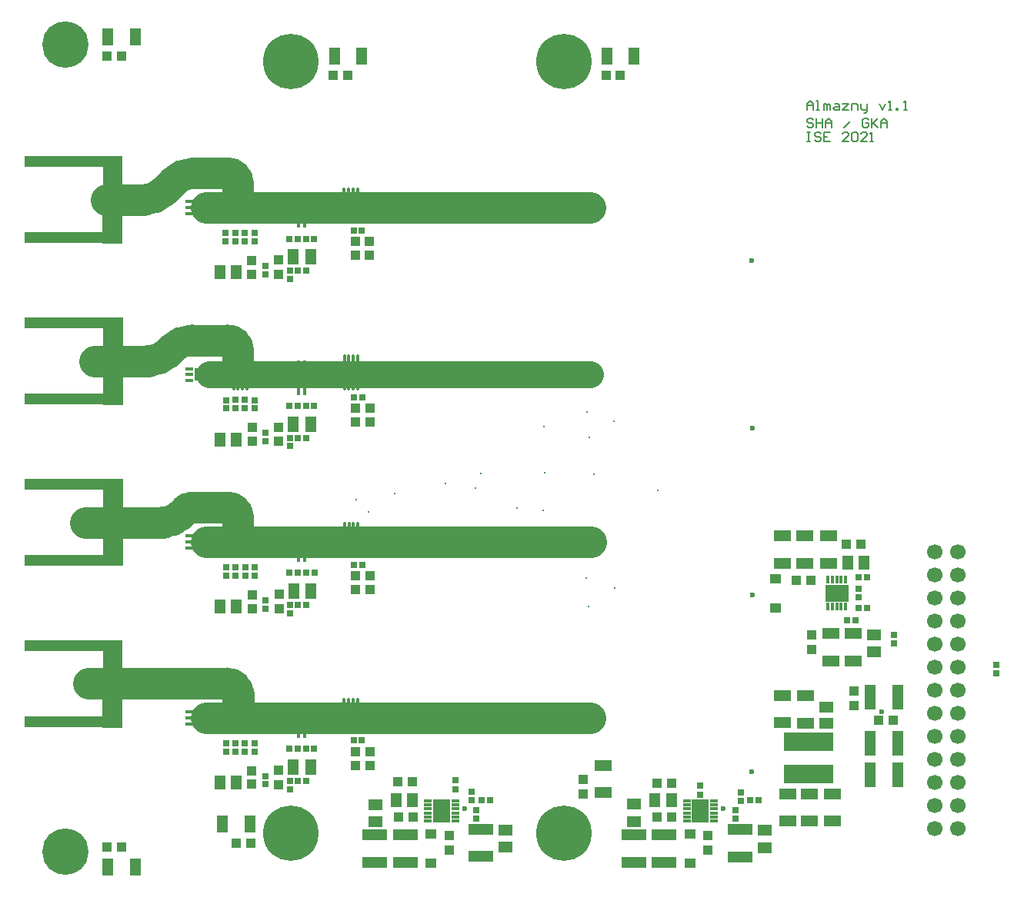
<source format=gts>
G04*
G04 #@! TF.GenerationSoftware,Altium Limited,Altium Designer,21.0.9 (235)*
G04*
G04 Layer_Color=8388736*
%FSLAX25Y25*%
%MOIN*%
G70*
G04*
G04 #@! TF.SameCoordinates,4626A756-FD0A-4D7F-A62D-B668EF0F2538*
G04*
G04*
G04 #@! TF.FilePolarity,Negative*
G04*
G01*
G75*
%ADD12C,0.01000*%
%ADD55C,0.00197*%
%ADD56C,0.13780*%
%ADD57C,0.11811*%
%ADD58C,0.00600*%
%ADD59R,0.02835X0.02677*%
%ADD60R,0.21260X0.08268*%
%ADD61R,0.03189X0.03228*%
%ADD62R,0.34252X0.04724*%
%ADD63R,0.06299X0.04331*%
%ADD64R,0.01575X0.03543*%
%ADD65R,0.10158X0.07284*%
%ADD66R,0.03543X0.01378*%
%ADD67R,0.07284X0.10039*%
%ADD68R,0.04646X0.04016*%
%ADD69R,0.03937X0.04331*%
%ADD70R,0.02677X0.02835*%
%ADD71R,0.07874X0.07874*%
%ADD72O,0.03150X0.01575*%
%ADD73O,0.01575X0.03150*%
%ADD74O,0.03347X0.01575*%
%ADD75O,0.01575X0.03347*%
%ADD76R,0.08071X0.08071*%
%ADD77R,0.01772X0.01575*%
%ADD78R,0.00984X0.00984*%
%ADD79R,0.02953X0.04134*%
%ADD80R,0.03543X0.01575*%
%ADD81R,0.03504X0.01575*%
%ADD82R,0.01575X0.03504*%
%ADD83R,0.07087X0.07087*%
%ADD84R,0.04528X0.06693*%
%ADD85R,0.05906X0.04528*%
%ADD86R,0.04331X0.04134*%
%ADD87R,0.11024X0.04921*%
%ADD88R,0.07480X0.04921*%
%ADD89R,0.04921X0.07480*%
%ADD90R,0.04528X0.05906*%
%ADD91R,0.04331X0.04134*%
%ADD92R,0.02953X0.02953*%
%ADD93R,0.04134X0.04331*%
%ADD94R,0.02835X0.02835*%
%ADD95R,0.02835X0.02835*%
%ADD96R,0.05906X0.04528*%
%ADD97R,0.07480X0.04921*%
%ADD98R,0.04921X0.11024*%
%ADD99R,0.04134X0.04331*%
%ADD100R,0.04331X0.03937*%
%ADD101C,0.20079*%
%ADD102C,0.24016*%
%ADD103C,0.06693*%
%ADD104C,0.02362*%
%ADD105C,0.01181*%
G36*
X156990Y303760D02*
X157027Y303749D01*
X157061Y303731D01*
X157091Y303706D01*
X157116Y303676D01*
X157134Y303642D01*
X157145Y303605D01*
X157149Y303566D01*
Y299826D01*
X157149Y299826D01*
X157145Y299787D01*
X157134Y299750D01*
X157116Y299716D01*
X157102Y299700D01*
X157091Y299686D01*
X157091Y299686D01*
X155910Y298505D01*
X155880Y298480D01*
X155846Y298462D01*
X155837Y298460D01*
X155809Y298451D01*
X155789Y298449D01*
X155770Y298447D01*
X155770Y298447D01*
X154392D01*
X154353Y298451D01*
X154316Y298462D01*
X154282Y298480D01*
X154252Y298505D01*
X154228Y298535D01*
X154209Y298569D01*
X154198Y298606D01*
X154194Y298645D01*
Y303566D01*
X154198Y303605D01*
X154209Y303642D01*
X154228Y303676D01*
X154252Y303706D01*
X154282Y303731D01*
X154316Y303749D01*
X154353Y303760D01*
X154392Y303764D01*
X156951D01*
X156990Y303760D01*
D02*
G37*
G36*
X72697Y303726D02*
X72734Y303714D01*
X72768Y303696D01*
X72798Y303671D01*
X72823Y303641D01*
X72841Y303607D01*
X72852Y303570D01*
X72856Y303532D01*
Y299791D01*
X72856Y299791D01*
X72852Y299753D01*
X72841Y299716D01*
X72823Y299681D01*
X72809Y299665D01*
X72798Y299652D01*
X72798Y299651D01*
X71617Y298470D01*
X71587Y298446D01*
X71553Y298428D01*
X71544Y298425D01*
X71516Y298416D01*
X71496Y298414D01*
X71477Y298412D01*
X71477Y298412D01*
X70099D01*
X70061Y298416D01*
X70024Y298428D01*
X69989Y298446D01*
X69959Y298470D01*
X69935Y298500D01*
X69916Y298534D01*
X69905Y298572D01*
X69901Y298610D01*
Y303532D01*
X69905Y303570D01*
X69916Y303607D01*
X69935Y303641D01*
X69959Y303671D01*
X69989Y303696D01*
X70024Y303714D01*
X70061Y303726D01*
X70099Y303729D01*
X72658D01*
X72697Y303726D01*
D02*
G37*
G36*
X38878Y285531D02*
X30167Y285531D01*
X30363Y323327D01*
X38878Y323327D01*
Y285531D01*
D02*
G37*
G36*
X157079Y231309D02*
X157116Y231298D01*
X157151Y231280D01*
X157181Y231255D01*
X157205Y231225D01*
X157223Y231191D01*
X157235Y231154D01*
X157238Y231115D01*
Y227375D01*
X157238Y227375D01*
X157235Y227337D01*
X157223Y227300D01*
X157205Y227265D01*
X157192Y227249D01*
X157181Y227235D01*
X157181Y227235D01*
X156000Y226054D01*
X155970Y226030D01*
X155935Y226011D01*
X155927Y226009D01*
X155898Y226000D01*
X155879Y225998D01*
X155860Y225996D01*
X155859Y225996D01*
X154482D01*
X154443Y226000D01*
X154406Y226011D01*
X154372Y226030D01*
X154342Y226054D01*
X154317Y226084D01*
X154299Y226118D01*
X154288Y226156D01*
X154284Y226194D01*
Y231115D01*
X154288Y231154D01*
X154299Y231191D01*
X154317Y231225D01*
X154342Y231255D01*
X154372Y231280D01*
X154406Y231298D01*
X154443Y231309D01*
X154482Y231313D01*
X157041D01*
X157079Y231309D01*
D02*
G37*
G36*
X72786Y231275D02*
X72824Y231263D01*
X72858Y231245D01*
X72888Y231221D01*
X72912Y231191D01*
X72931Y231156D01*
X72942Y231119D01*
X72946Y231081D01*
Y227341D01*
X72946Y227341D01*
X72942Y227302D01*
X72931Y227265D01*
X72912Y227231D01*
X72899Y227214D01*
X72888Y227201D01*
X72888Y227201D01*
X71706Y226020D01*
X71677Y225995D01*
X71642Y225977D01*
X71634Y225974D01*
X71605Y225965D01*
X71586Y225964D01*
X71567Y225962D01*
X71567Y225962D01*
X70189D01*
X70150Y225965D01*
X70113Y225977D01*
X70079Y225995D01*
X70049Y226020D01*
X70024Y226050D01*
X70006Y226084D01*
X69995Y226121D01*
X69991Y226160D01*
Y231081D01*
X69995Y231119D01*
X70006Y231156D01*
X70024Y231191D01*
X70049Y231221D01*
X70079Y231245D01*
X70113Y231263D01*
X70150Y231275D01*
X70189Y231279D01*
X72748D01*
X72786Y231275D01*
D02*
G37*
G36*
X38976Y215551D02*
X30265Y215551D01*
X30462Y253346D01*
X38976Y253346D01*
Y215551D01*
D02*
G37*
G36*
X157118Y158764D02*
X157155Y158753D01*
X157189Y158735D01*
X157219Y158710D01*
X157244Y158680D01*
X157262Y158646D01*
X157273Y158609D01*
X157277Y158570D01*
Y154830D01*
X157277Y154830D01*
X157273Y154791D01*
X157262Y154754D01*
X157244Y154720D01*
X157230Y154704D01*
X157219Y154690D01*
X157219Y154690D01*
X156038Y153509D01*
X156008Y153484D01*
X155974Y153466D01*
X155965Y153463D01*
X155937Y153455D01*
X155918Y153453D01*
X155898Y153451D01*
X155898Y153451D01*
X154520D01*
X154482Y153455D01*
X154445Y153466D01*
X154411Y153484D01*
X154381Y153509D01*
X154356Y153539D01*
X154338Y153573D01*
X154326Y153610D01*
X154323Y153649D01*
Y158570D01*
X154326Y158609D01*
X154338Y158646D01*
X154356Y158680D01*
X154381Y158710D01*
X154411Y158735D01*
X154445Y158753D01*
X154482Y158764D01*
X154520Y158768D01*
X157080D01*
X157118Y158764D01*
D02*
G37*
G36*
X72825Y158729D02*
X72862Y158718D01*
X72896Y158700D01*
X72926Y158675D01*
X72951Y158645D01*
X72969Y158611D01*
X72981Y158574D01*
X72984Y158535D01*
Y154795D01*
X72984Y154795D01*
X72981Y154757D01*
X72969Y154720D01*
X72951Y154685D01*
X72938Y154669D01*
X72926Y154655D01*
X72926Y154655D01*
X71745Y153474D01*
X71715Y153450D01*
X71681Y153431D01*
X71673Y153429D01*
X71644Y153420D01*
X71625Y153418D01*
X71605Y153416D01*
X71605Y153416D01*
X70227D01*
X70189Y153420D01*
X70152Y153431D01*
X70118Y153450D01*
X70088Y153474D01*
X70063Y153504D01*
X70045Y153539D01*
X70034Y153576D01*
X70030Y153614D01*
Y158535D01*
X70034Y158574D01*
X70045Y158611D01*
X70063Y158645D01*
X70088Y158675D01*
X70118Y158700D01*
X70152Y158718D01*
X70189Y158729D01*
X70227Y158733D01*
X72787D01*
X72825Y158729D01*
D02*
G37*
G36*
X38976Y145669D02*
X30265Y145669D01*
X30462Y183465D01*
X38976Y183465D01*
Y145669D01*
D02*
G37*
G36*
X157039Y82502D02*
X157076Y82490D01*
X157110Y82472D01*
X157140Y82447D01*
X157165Y82418D01*
X157183Y82383D01*
X157194Y82346D01*
X157198Y82308D01*
Y78567D01*
X157198Y78567D01*
X157194Y78529D01*
X157183Y78492D01*
X157165Y78457D01*
X157151Y78441D01*
X157140Y78427D01*
X157140Y78427D01*
X155959Y77246D01*
X155929Y77222D01*
X155895Y77204D01*
X155886Y77201D01*
X155858Y77192D01*
X155839Y77190D01*
X155819Y77188D01*
X155819Y77188D01*
X154441D01*
X154403Y77192D01*
X154366Y77204D01*
X154332Y77222D01*
X154302Y77246D01*
X154277Y77276D01*
X154259Y77311D01*
X154247Y77348D01*
X154244Y77386D01*
Y82308D01*
X154247Y82346D01*
X154259Y82383D01*
X154277Y82418D01*
X154302Y82447D01*
X154332Y82472D01*
X154366Y82490D01*
X154403Y82502D01*
X154441Y82505D01*
X157001D01*
X157039Y82502D01*
D02*
G37*
G36*
X72746Y82467D02*
X72783Y82456D01*
X72817Y82437D01*
X72847Y82413D01*
X72872Y82383D01*
X72890Y82349D01*
X72902Y82311D01*
X72905Y82273D01*
Y78533D01*
X72905Y78533D01*
X72902Y78494D01*
X72890Y78457D01*
X72872Y78423D01*
X72859Y78406D01*
X72847Y78393D01*
X72847Y78393D01*
X71666Y77212D01*
X71636Y77187D01*
X71602Y77169D01*
X71594Y77166D01*
X71565Y77158D01*
X71546Y77156D01*
X71526Y77154D01*
X71526Y77154D01*
X70148D01*
X70110Y77158D01*
X70073Y77169D01*
X70039Y77187D01*
X70009Y77212D01*
X69984Y77242D01*
X69966Y77276D01*
X69955Y77313D01*
X69951Y77352D01*
Y82273D01*
X69955Y82311D01*
X69966Y82349D01*
X69984Y82383D01*
X70009Y82413D01*
X70039Y82437D01*
X70073Y82456D01*
X70110Y82467D01*
X70148Y82471D01*
X72708D01*
X72746Y82467D01*
D02*
G37*
G36*
X38878Y75590D02*
X30167Y75591D01*
X30363Y113386D01*
X38878Y113386D01*
Y75590D01*
D02*
G37*
D12*
X74982Y79904D02*
G03*
X74902Y79823I0J-81D01*
G01*
X75064Y156166D02*
G03*
X74902Y156004I0J-162D01*
G01*
X75080Y301162D02*
G03*
X75000Y301083I0J-79D01*
G01*
X88583Y232579D02*
G03*
X88878Y232874I0J295D01*
G01*
X75590Y229035D02*
G03*
X76373Y228712I782J782D01*
G01*
X84744Y243504D02*
X85015Y243393D01*
D55*
X290546Y39435D02*
G03*
X290546Y39435I-1378J0D01*
G01*
X178417Y39480D02*
G03*
X178417Y39480I-1378J0D01*
G01*
X289168Y37466D02*
Y41403D01*
X287199Y39435D02*
X291136D01*
X175071Y39480D02*
X179008D01*
X177039Y37511D02*
Y41448D01*
D56*
X88779Y86811D02*
G03*
X88976Y87008I0J197D01*
G01*
Y90059D02*
G03*
X84252Y94784I-4724J0D01*
G01*
X88779Y163386D02*
G03*
X88878Y163287I98J0D01*
G01*
X88779Y167126D02*
G03*
X84941Y170965I-3839J0D01*
G01*
X82776D02*
G03*
X82579Y170768I0J-197D01*
G01*
D02*
G03*
X82104Y170965I-475J-475D01*
G01*
X68504D02*
G03*
X66152Y169990I0J-3327D01*
G01*
X56274Y164567D02*
G03*
X63878Y167717I0J10753D01*
G01*
X88976Y308268D02*
G03*
X88878Y308366I-98J0D01*
G01*
X88779Y308465D02*
G03*
X88878Y308366I98J0D01*
G01*
X88779Y311910D02*
G03*
X84744Y315945I-4035J0D01*
G01*
X69468D02*
G03*
X60933Y312409I0J-12071D01*
G01*
X47953Y304429D02*
G03*
X56488Y307965I0J12071D01*
G01*
X88878Y239370D02*
G03*
X84744Y243504I-4134J0D01*
G01*
X68878D02*
G03*
X60342Y239968I0J-12071D01*
G01*
X49921Y234547D02*
G03*
X58457Y238083I0J12071D01*
G01*
X88976Y87008D02*
Y90059D01*
X24000Y94784D02*
X84252Y94784D01*
X74982Y79904D02*
X241269D01*
X88779Y163386D02*
Y167126D01*
X82776Y170965D02*
X84941D01*
X68504D02*
X82104D01*
X63878Y167717D02*
X66152Y169990D01*
X22638Y164567D02*
X56274D01*
X75064Y156166D02*
X241801D01*
X75080Y301162D02*
X241269D01*
X88779Y303248D02*
Y310187D01*
Y308465D02*
Y311910D01*
X82579Y315945D02*
X84744D01*
X69468D02*
X82579D01*
X56488Y307965D02*
X60933Y312409D01*
X31791Y304429D02*
X47953D01*
X88878Y232874D02*
Y239370D01*
X68878Y243504D02*
X85015Y243393D01*
X58457Y238083D02*
X60342Y239968D01*
X26870Y234547D02*
X49921D01*
D57*
X76373Y228712D02*
X241300D01*
D58*
X335300Y343410D02*
Y346076D01*
X336633Y347409D01*
X337966Y346076D01*
Y343410D01*
Y345409D01*
X335300D01*
X339299Y343410D02*
X340632D01*
X339965D01*
Y347409D01*
X339299D01*
X342631Y343410D02*
Y346076D01*
X343297D01*
X343964Y345409D01*
Y343410D01*
Y345409D01*
X344630Y346076D01*
X345297Y345409D01*
Y343410D01*
X347296Y346076D02*
X348629D01*
X349295Y345409D01*
Y343410D01*
X347296D01*
X346630Y344076D01*
X347296Y344743D01*
X349295D01*
X350628Y346076D02*
X353294D01*
X350628Y343410D01*
X353294D01*
X354627D02*
Y346076D01*
X356627D01*
X357293Y345409D01*
Y343410D01*
X358626Y346076D02*
Y344076D01*
X359292Y343410D01*
X361292D01*
Y342743D01*
X360625Y342077D01*
X359959D01*
X361292Y343410D02*
Y346076D01*
X366623D02*
X367956Y343410D01*
X369289Y346076D01*
X370622Y343410D02*
X371955D01*
X371288D01*
Y347409D01*
X370622Y346742D01*
X373954Y343410D02*
Y344076D01*
X374621D01*
Y343410D01*
X373954D01*
X377287D02*
X378619D01*
X377953D01*
Y347409D01*
X377287Y346742D01*
X337966Y339171D02*
X337299Y339837D01*
X335966D01*
X335300Y339171D01*
Y338504D01*
X335966Y337838D01*
X337299D01*
X337966Y337171D01*
Y336505D01*
X337299Y335839D01*
X335966D01*
X335300Y336505D01*
X339299Y339837D02*
Y335839D01*
Y337838D01*
X341965D01*
Y339837D01*
Y335839D01*
X343297D02*
Y338504D01*
X344630Y339837D01*
X345963Y338504D01*
Y335839D01*
Y337838D01*
X343297D01*
X351295Y335839D02*
X353961Y338504D01*
X361958Y339171D02*
X361292Y339837D01*
X359959D01*
X359292Y339171D01*
Y336505D01*
X359959Y335839D01*
X361292D01*
X361958Y336505D01*
Y337838D01*
X360625D01*
X363291Y339837D02*
Y335839D01*
Y337171D01*
X365957Y339837D01*
X363957Y337838D01*
X365957Y335839D01*
X367290D02*
Y338504D01*
X368623Y339837D01*
X369955Y338504D01*
Y335839D01*
Y337838D01*
X367290D01*
X335300Y333599D02*
X336633D01*
X335966D01*
Y329600D01*
X335300D01*
X336633D01*
X341298Y332932D02*
X340632Y333599D01*
X339299D01*
X338632Y332932D01*
Y332266D01*
X339299Y331599D01*
X340632D01*
X341298Y330933D01*
Y330266D01*
X340632Y329600D01*
X339299D01*
X338632Y330266D01*
X345297Y333599D02*
X342631D01*
Y329600D01*
X345297D01*
X342631Y331599D02*
X343964D01*
X353294Y329600D02*
X350628D01*
X353294Y332266D01*
Y332932D01*
X352628Y333599D01*
X351295D01*
X350628Y332932D01*
X354627D02*
X355294Y333599D01*
X356627D01*
X357293Y332932D01*
Y330266D01*
X356627Y329600D01*
X355294D01*
X354627Y330266D01*
Y332932D01*
X361292Y329600D02*
X358626D01*
X361292Y332266D01*
Y332932D01*
X360625Y333599D01*
X359292D01*
X358626Y332932D01*
X362625Y329600D02*
X363957D01*
X363291D01*
Y333599D01*
X362625Y332932D01*
D59*
X373079Y115817D02*
D03*
Y112116D02*
D03*
X91805Y290097D02*
D03*
Y286396D02*
D03*
X91894Y213945D02*
D03*
Y217646D02*
D03*
X91933Y145101D02*
D03*
Y141400D02*
D03*
X91854Y68838D02*
D03*
Y65137D02*
D03*
X87687Y290097D02*
D03*
Y286396D02*
D03*
X87777Y213945D02*
D03*
Y217646D02*
D03*
X87816Y145101D02*
D03*
Y141400D02*
D03*
X87737Y68838D02*
D03*
Y65137D02*
D03*
X190135Y47667D02*
D03*
Y43966D02*
D03*
X306576Y43891D02*
D03*
Y47591D02*
D03*
X192202Y39789D02*
D03*
Y36088D02*
D03*
X304331Y36043D02*
D03*
Y39744D02*
D03*
X182945Y48922D02*
D03*
Y52623D02*
D03*
X288976Y50276D02*
D03*
Y46575D02*
D03*
X417369Y102633D02*
D03*
Y98932D02*
D03*
X357861Y132055D02*
D03*
Y135756D02*
D03*
D60*
X336000Y69300D02*
D03*
Y55520D02*
D03*
D61*
X78510Y94737D02*
D03*
X82132D02*
D03*
X78589Y171000D02*
D03*
X82211D02*
D03*
X78550Y243545D02*
D03*
X82172D02*
D03*
X78461Y315996D02*
D03*
X82083D02*
D03*
D62*
X13429Y321029D02*
D03*
Y287959D02*
D03*
Y77959D02*
D03*
Y111030D02*
D03*
Y217959D02*
D03*
Y251029D02*
D03*
Y147959D02*
D03*
Y181029D02*
D03*
D63*
X35673Y304494D02*
D03*
Y94494D02*
D03*
Y234494D02*
D03*
Y164494D02*
D03*
D64*
X344311Y128000D02*
D03*
X346280D02*
D03*
X348248D02*
D03*
X350217D02*
D03*
X352185D02*
D03*
Y139811D02*
D03*
X350217D02*
D03*
X348248D02*
D03*
X346280D02*
D03*
X344311D02*
D03*
D65*
X348248Y133905D02*
D03*
D66*
X295073Y35006D02*
D03*
Y36777D02*
D03*
Y38549D02*
D03*
Y40321D02*
D03*
Y42092D02*
D03*
Y43864D02*
D03*
X283262D02*
D03*
Y42092D02*
D03*
Y40321D02*
D03*
Y38549D02*
D03*
Y36777D02*
D03*
Y35006D02*
D03*
X171134Y35050D02*
D03*
Y36822D02*
D03*
Y38594D02*
D03*
Y40365D02*
D03*
Y42137D02*
D03*
Y43909D02*
D03*
X182945D02*
D03*
Y42137D02*
D03*
Y40365D02*
D03*
Y38594D02*
D03*
Y36822D02*
D03*
Y35050D02*
D03*
D67*
X289168Y39435D02*
D03*
X177039Y39480D02*
D03*
D68*
X321800Y139999D02*
D03*
Y127401D02*
D03*
X172539Y29429D02*
D03*
Y16831D02*
D03*
X284668Y16786D02*
D03*
Y29384D02*
D03*
D69*
X254550Y358300D02*
D03*
X248250D02*
D03*
X157972Y52165D02*
D03*
X164272D02*
D03*
X270318Y51481D02*
D03*
X276617D02*
D03*
X358858Y155000D02*
D03*
X352559D02*
D03*
X88203Y25324D02*
D03*
X94502D02*
D03*
X38300Y23600D02*
D03*
X32001D02*
D03*
X38250Y366600D02*
D03*
X31950D02*
D03*
X136502Y358300D02*
D03*
X130202D02*
D03*
D70*
X361509Y127300D02*
D03*
X357808D02*
D03*
X194387Y44041D02*
D03*
X198088D02*
D03*
X314529Y43966D02*
D03*
X310828D02*
D03*
X357861Y140700D02*
D03*
X361561D02*
D03*
X356450Y122000D02*
D03*
X352750D02*
D03*
D71*
X89822Y80837D02*
D03*
X89772Y302095D02*
D03*
X89862Y229645D02*
D03*
X89901Y157099D02*
D03*
D72*
X95924Y83789D02*
D03*
Y81821D02*
D03*
Y79852D02*
D03*
Y77884D02*
D03*
X83719D02*
D03*
Y79852D02*
D03*
Y81821D02*
D03*
Y83789D02*
D03*
X95875Y305048D02*
D03*
Y303080D02*
D03*
Y301111D02*
D03*
Y299143D02*
D03*
X83670D02*
D03*
Y301111D02*
D03*
Y303080D02*
D03*
Y305048D02*
D03*
X83760Y232597D02*
D03*
Y230629D02*
D03*
Y228660D02*
D03*
Y226692D02*
D03*
X95964D02*
D03*
Y228660D02*
D03*
Y230629D02*
D03*
Y232597D02*
D03*
X96003Y160052D02*
D03*
Y158083D02*
D03*
Y156115D02*
D03*
Y154147D02*
D03*
X83798D02*
D03*
Y156115D02*
D03*
Y158083D02*
D03*
Y160052D02*
D03*
D73*
X92774Y74734D02*
D03*
X90806D02*
D03*
X88837D02*
D03*
X86869D02*
D03*
Y86939D02*
D03*
X88837D02*
D03*
X90806D02*
D03*
X92774D02*
D03*
X92725Y295993D02*
D03*
X90757D02*
D03*
X88788D02*
D03*
X86820D02*
D03*
Y308198D02*
D03*
X88788D02*
D03*
X90757D02*
D03*
X92725D02*
D03*
X92815Y235747D02*
D03*
X90846D02*
D03*
X88878D02*
D03*
X86909D02*
D03*
Y223542D02*
D03*
X88878D02*
D03*
X90846D02*
D03*
X92815D02*
D03*
X92853Y150997D02*
D03*
X90885D02*
D03*
X88916D02*
D03*
X86948D02*
D03*
Y163202D02*
D03*
X88916D02*
D03*
X90885D02*
D03*
X92853D02*
D03*
D74*
X143922Y77837D02*
D03*
Y79805D02*
D03*
Y81774D02*
D03*
Y83742D02*
D03*
X131717D02*
D03*
Y81774D02*
D03*
Y79805D02*
D03*
Y77837D02*
D03*
X143872Y299095D02*
D03*
Y301064D02*
D03*
Y303032D02*
D03*
Y305001D02*
D03*
X131668D02*
D03*
Y303032D02*
D03*
Y301064D02*
D03*
Y299095D02*
D03*
X131757Y226645D02*
D03*
Y228613D02*
D03*
Y230582D02*
D03*
Y232550D02*
D03*
X143962D02*
D03*
Y230582D02*
D03*
Y228613D02*
D03*
Y226645D02*
D03*
X144001Y154099D02*
D03*
Y156068D02*
D03*
Y158036D02*
D03*
Y160005D02*
D03*
X131796D02*
D03*
Y158036D02*
D03*
Y156068D02*
D03*
Y154099D02*
D03*
D75*
X140772Y86892D02*
D03*
X138804D02*
D03*
X136835D02*
D03*
X134867D02*
D03*
Y74687D02*
D03*
X136835D02*
D03*
X138804D02*
D03*
X140772D02*
D03*
X140723Y308150D02*
D03*
X138754D02*
D03*
X136786D02*
D03*
X134817D02*
D03*
Y295946D02*
D03*
X136786D02*
D03*
X138754D02*
D03*
X140723D02*
D03*
X140812Y223495D02*
D03*
X138844D02*
D03*
X136875D02*
D03*
X134907D02*
D03*
Y235700D02*
D03*
X136875D02*
D03*
X138844D02*
D03*
X140812D02*
D03*
X140851Y163154D02*
D03*
X138883D02*
D03*
X136914D02*
D03*
X134946D02*
D03*
Y150950D02*
D03*
X136914D02*
D03*
X138883D02*
D03*
X140851D02*
D03*
D76*
X137819Y80790D02*
D03*
X137770Y302048D02*
D03*
X137860Y229597D02*
D03*
X137898Y157052D02*
D03*
D77*
X70916Y154205D02*
D03*
X70837Y77942D02*
D03*
X155081Y299235D02*
D03*
X155171Y226785D02*
D03*
X155209Y154239D02*
D03*
X155130Y77977D02*
D03*
X70788Y299201D02*
D03*
X70878Y226750D02*
D03*
D78*
X71901Y154500D02*
D03*
X71822Y78237D02*
D03*
X156065Y299531D02*
D03*
X156155Y227080D02*
D03*
X156194Y154535D02*
D03*
X156115Y78272D02*
D03*
X71772Y299496D02*
D03*
X71862Y227045D02*
D03*
D79*
X71507Y156665D02*
D03*
X71428Y80403D02*
D03*
X155672Y301696D02*
D03*
X155761Y229245D02*
D03*
X155800Y156700D02*
D03*
X155721Y80437D02*
D03*
X71379Y301661D02*
D03*
X71468Y229211D02*
D03*
D80*
X75247Y153516D02*
D03*
Y156075D02*
D03*
Y158634D02*
D03*
X67767D02*
D03*
Y156075D02*
D03*
Y153516D02*
D03*
X67688Y77253D02*
D03*
Y79812D02*
D03*
Y82371D02*
D03*
X75168D02*
D03*
Y79812D02*
D03*
Y77253D02*
D03*
X159412Y298547D02*
D03*
Y301105D02*
D03*
Y303665D02*
D03*
X151932D02*
D03*
Y301105D02*
D03*
Y298547D02*
D03*
X159501Y226096D02*
D03*
Y228655D02*
D03*
Y231214D02*
D03*
X152021D02*
D03*
Y228655D02*
D03*
Y226096D02*
D03*
X159540Y153550D02*
D03*
Y156109D02*
D03*
Y158668D02*
D03*
X152060D02*
D03*
Y156109D02*
D03*
Y153550D02*
D03*
X151981Y77288D02*
D03*
Y79847D02*
D03*
Y82406D02*
D03*
X159461D02*
D03*
Y79847D02*
D03*
Y77288D02*
D03*
X75119Y298512D02*
D03*
Y301071D02*
D03*
Y303630D02*
D03*
X67639D02*
D03*
Y301071D02*
D03*
Y298512D02*
D03*
X75208Y226061D02*
D03*
Y228620D02*
D03*
Y231179D02*
D03*
X67728D02*
D03*
Y228620D02*
D03*
Y226061D02*
D03*
D81*
X122222Y77237D02*
D03*
Y79836D02*
D03*
X110529D02*
D03*
Y77237D02*
D03*
X110479Y298496D02*
D03*
Y301095D02*
D03*
X122172D02*
D03*
Y298496D02*
D03*
X110569Y226045D02*
D03*
Y228644D02*
D03*
X122262D02*
D03*
Y226045D02*
D03*
X110608Y153500D02*
D03*
Y156098D02*
D03*
X122301D02*
D03*
Y153500D02*
D03*
D82*
X117675Y84383D02*
D03*
X115076D02*
D03*
Y72690D02*
D03*
X117675D02*
D03*
X117625Y293949D02*
D03*
X115027D02*
D03*
Y305642D02*
D03*
X117625D02*
D03*
X117715Y221498D02*
D03*
X115116D02*
D03*
Y233191D02*
D03*
X117715D02*
D03*
X117754Y148953D02*
D03*
X115155D02*
D03*
Y160646D02*
D03*
X117754D02*
D03*
D83*
X116375Y78537D02*
D03*
X116326Y299795D02*
D03*
X116416Y227345D02*
D03*
X116454Y154799D02*
D03*
D84*
X120311Y58437D02*
D03*
X112831D02*
D03*
X112782Y279695D02*
D03*
X120262D02*
D03*
X120352Y207245D02*
D03*
X112871D02*
D03*
X112910Y134699D02*
D03*
X120391D02*
D03*
D85*
X316970Y23578D02*
D03*
Y31058D02*
D03*
X364567Y108366D02*
D03*
Y115847D02*
D03*
X148524Y34744D02*
D03*
Y42224D02*
D03*
X260268Y34809D02*
D03*
Y42289D02*
D03*
X204841Y23623D02*
D03*
Y31103D02*
D03*
D86*
X106516Y50804D02*
D03*
Y57104D02*
D03*
X94852Y272260D02*
D03*
Y278165D02*
D03*
X94942Y205715D02*
D03*
Y199809D02*
D03*
X94980Y127264D02*
D03*
Y133169D02*
D03*
X94901Y51001D02*
D03*
Y56907D02*
D03*
X106466Y272063D02*
D03*
Y278362D02*
D03*
X106556Y205911D02*
D03*
Y199612D02*
D03*
X106595Y127067D02*
D03*
Y133366D02*
D03*
D87*
X306299Y31398D02*
D03*
Y19587D02*
D03*
X161339Y17219D02*
D03*
Y29030D02*
D03*
X273468Y28985D02*
D03*
Y17174D02*
D03*
X148139Y17219D02*
D03*
Y29030D02*
D03*
X260268Y28985D02*
D03*
Y17174D02*
D03*
X194171Y19632D02*
D03*
Y31442D02*
D03*
D88*
X327148Y34956D02*
D03*
Y46767D02*
D03*
X345774Y104495D02*
D03*
Y116306D02*
D03*
X355542Y104495D02*
D03*
Y116306D02*
D03*
X334509Y158606D02*
D03*
Y146794D02*
D03*
X324609Y158606D02*
D03*
Y146794D02*
D03*
X344802D02*
D03*
Y158606D02*
D03*
X346254Y34956D02*
D03*
Y46767D02*
D03*
X336496Y34956D02*
D03*
Y46767D02*
D03*
D89*
X260554Y366800D02*
D03*
X248743D02*
D03*
X82199Y33890D02*
D03*
X94010D02*
D03*
X44304Y15100D02*
D03*
X32493D02*
D03*
X32495Y375200D02*
D03*
X44306D02*
D03*
X142506Y366800D02*
D03*
X130694D02*
D03*
D90*
X276611Y44185D02*
D03*
X269524D02*
D03*
X353015Y147200D02*
D03*
X360102D02*
D03*
X88061Y273047D02*
D03*
X80974D02*
D03*
X81063Y200596D02*
D03*
X88150D02*
D03*
X81102Y128051D02*
D03*
X88189D02*
D03*
X81023Y51789D02*
D03*
X88110D02*
D03*
X157396Y44230D02*
D03*
X164483D02*
D03*
D91*
X292468Y22535D02*
D03*
Y28835D02*
D03*
X337500Y109449D02*
D03*
Y115748D02*
D03*
X355842Y85161D02*
D03*
Y91460D02*
D03*
X180339Y28879D02*
D03*
Y22580D02*
D03*
D92*
X114760Y52378D02*
D03*
X118382D02*
D03*
X114711Y273636D02*
D03*
X118333D02*
D03*
X118423Y201185D02*
D03*
X114801D02*
D03*
X114839Y128640D02*
D03*
X118461D02*
D03*
D93*
X337108Y139400D02*
D03*
X330809D02*
D03*
X139600Y286496D02*
D03*
X145899D02*
D03*
X145989Y214045D02*
D03*
X139690D02*
D03*
X139728Y141500D02*
D03*
X146028D02*
D03*
X139649Y65237D02*
D03*
X145949D02*
D03*
X366339Y78740D02*
D03*
X372638D02*
D03*
X164689Y36830D02*
D03*
X158390D02*
D03*
X270518Y36785D02*
D03*
X276817D02*
D03*
D94*
X111387Y273638D02*
D03*
Y270094D02*
D03*
X111477Y197644D02*
D03*
Y201187D02*
D03*
X111516Y128642D02*
D03*
Y125098D02*
D03*
X111437Y52379D02*
D03*
Y48836D02*
D03*
X100634Y272213D02*
D03*
Y275756D02*
D03*
X100723Y203305D02*
D03*
Y199762D02*
D03*
X100762Y127217D02*
D03*
Y130760D02*
D03*
X100683Y50954D02*
D03*
Y54497D02*
D03*
X95922Y290018D02*
D03*
Y286475D02*
D03*
X96012Y214024D02*
D03*
Y217567D02*
D03*
X96050Y145022D02*
D03*
Y141479D02*
D03*
X95971Y68760D02*
D03*
Y65216D02*
D03*
X83570Y290018D02*
D03*
Y286475D02*
D03*
X83660Y214024D02*
D03*
Y217567D02*
D03*
X83698Y145022D02*
D03*
Y141479D02*
D03*
X83619Y68760D02*
D03*
Y65216D02*
D03*
D95*
X114594Y287595D02*
D03*
X111050D02*
D03*
X111140Y215145D02*
D03*
X114683D02*
D03*
X114722Y142599D02*
D03*
X111179D02*
D03*
X114643Y66337D02*
D03*
X111100D02*
D03*
X121794Y287595D02*
D03*
X118250D02*
D03*
X118340Y215145D02*
D03*
X121883D02*
D03*
X121922Y142599D02*
D03*
X118379D02*
D03*
X121843Y66337D02*
D03*
X118300D02*
D03*
X138950Y291196D02*
D03*
X142494D02*
D03*
X142583Y218745D02*
D03*
X139040D02*
D03*
X139079Y146200D02*
D03*
X142622D02*
D03*
X139000Y69937D02*
D03*
X142543D02*
D03*
D96*
X343865Y84473D02*
D03*
Y77386D02*
D03*
D97*
X334712Y77485D02*
D03*
Y89296D02*
D03*
X324843Y77671D02*
D03*
Y89482D02*
D03*
X246981Y47266D02*
D03*
Y59077D02*
D03*
D98*
X362793Y68601D02*
D03*
X374604D02*
D03*
X362829Y55116D02*
D03*
X374640D02*
D03*
X362886Y88661D02*
D03*
X374697D02*
D03*
D99*
X139600Y280396D02*
D03*
X145899D02*
D03*
X145989Y207945D02*
D03*
X139690D02*
D03*
X139728Y135400D02*
D03*
X146028D02*
D03*
X139649Y59137D02*
D03*
X145949D02*
D03*
D100*
X238414Y53073D02*
D03*
Y46774D02*
D03*
D101*
X14000Y21701D02*
D03*
Y371701D02*
D03*
D102*
X229921Y364567D02*
D03*
X111811Y29921D02*
D03*
X229921D02*
D03*
X111811Y364567D02*
D03*
D103*
X400846Y31854D02*
D03*
X390846D02*
D03*
X400846Y41854D02*
D03*
X390846D02*
D03*
X400846Y51854D02*
D03*
X390846D02*
D03*
Y111854D02*
D03*
X400846D02*
D03*
X390846Y121854D02*
D03*
X400846D02*
D03*
X390846Y131854D02*
D03*
X400846D02*
D03*
Y141854D02*
D03*
X390846D02*
D03*
X400846Y151854D02*
D03*
X390846D02*
D03*
Y61854D02*
D03*
X400846D02*
D03*
X390846Y71854D02*
D03*
X400846D02*
D03*
X390846Y81854D02*
D03*
X400846D02*
D03*
Y91854D02*
D03*
X390846D02*
D03*
X400846Y101854D02*
D03*
X390846D02*
D03*
D104*
X367811Y82480D02*
D03*
X187100Y40418D02*
D03*
X311371Y56585D02*
D03*
X311647Y133044D02*
D03*
X311609Y205590D02*
D03*
X311519Y278040D02*
D03*
X299147Y40387D02*
D03*
D105*
X91800Y286400D02*
D03*
X91900Y213900D02*
D03*
Y141400D02*
D03*
X91854Y65137D02*
D03*
X178883Y181417D02*
D03*
X156773Y177100D02*
D03*
X140157Y174500D02*
D03*
X145571Y168996D02*
D03*
X240677Y128204D02*
D03*
X251919Y136101D02*
D03*
X239802Y140455D02*
D03*
X270628Y178503D02*
D03*
X243226Y185328D02*
D03*
X209681Y170775D02*
D03*
X191793Y179350D02*
D03*
X193907Y185811D02*
D03*
X221184Y169707D02*
D03*
X221784Y186078D02*
D03*
X221420Y206076D02*
D03*
X240978Y201324D02*
D03*
X240051Y212475D02*
D03*
X251898Y208393D02*
D03*
M02*

</source>
